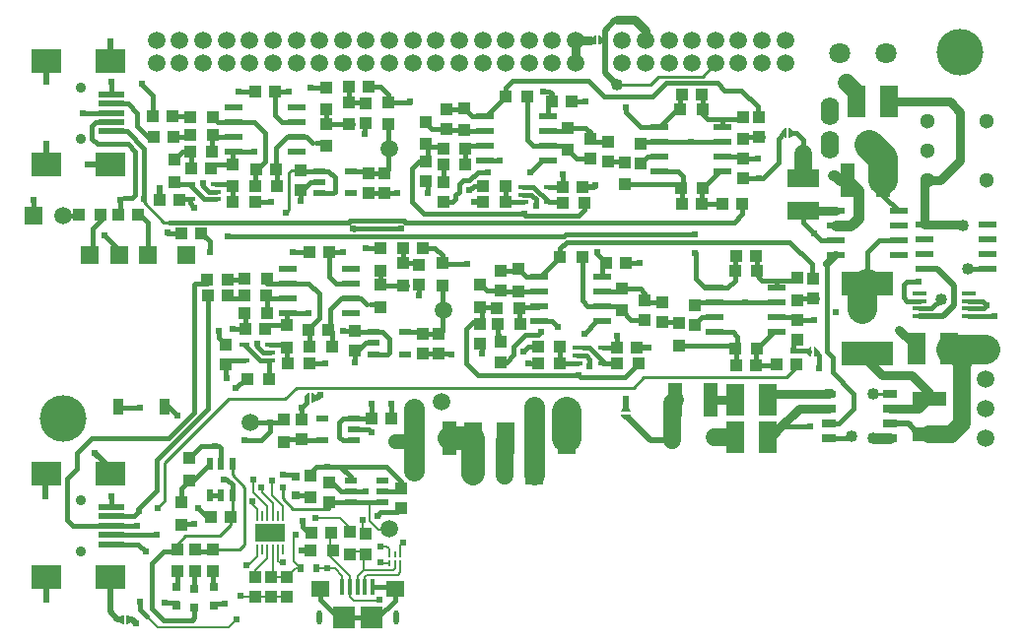
<source format=gtl>
G04 Layer_Physical_Order=1*
G04 Layer_Color=255*
%FSLAX43Y43*%
%MOMM*%
G71*
G01*
G75*
%ADD10R,2.500X2.000*%
%ADD11R,2.300X0.500*%
%ADD12R,1.500X1.500*%
%ADD13R,4.500X2.000*%
%ADD14R,0.250X0.520*%
%ADD15R,1.900X1.900*%
%ADD16R,1.600X1.400*%
%ADD17R,0.400X1.350*%
%ADD18R,0.900X1.400*%
%ADD19R,1.250X0.450*%
%ADD20R,0.850X0.350*%
%ADD21R,0.800X0.800*%
%ADD22R,0.600X1.050*%
%ADD23R,1.050X0.600*%
G04:AMPARAMS|DCode=24|XSize=0.762mm|YSize=1.143mm|CornerRadius=0mm|HoleSize=0mm|Usage=FLASHONLY|Rotation=270.000|XOffset=0mm|YOffset=0mm|HoleType=Round|Shape=Octagon|*
%AMOCTAGOND24*
4,1,8,0.572,0.191,0.572,-0.191,0.381,-0.381,-0.381,-0.381,-0.572,-0.191,-0.572,0.191,-0.381,0.381,0.381,0.381,0.572,0.191,0.0*
%
%ADD24OCTAGOND24*%

%ADD25R,1.143X0.762*%
%ADD26R,1.550X0.600*%
%ADD27R,0.100X0.100*%
%ADD28R,0.100X0.100*%
%ADD29R,0.600X0.800*%
%ADD30R,1.200X3.000*%
%ADD31R,3.000X1.200*%
%ADD32R,1.000X1.000*%
%ADD33R,1.000X1.000*%
%ADD34R,1.600X2.700*%
%ADD35R,2.700X1.600*%
%ADD36R,1.100X1.000*%
%ADD37R,1.000X1.100*%
%ADD38O,0.250X0.850*%
%ADD39R,2.550X1.550*%
%ADD40C,0.381*%
%ADD41C,0.508*%
%ADD42C,0.152*%
%ADD43C,0.254*%
%ADD44C,0.762*%
%ADD45C,0.635*%
%ADD46C,0.889*%
%ADD47C,2.540*%
%ADD48C,1.524*%
%ADD49C,2.032*%
%ADD50C,1.778*%
%ADD51C,1.270*%
%ADD52C,0.900*%
%ADD53C,1.500*%
%ADD54O,0.500X1.200*%
%ADD55C,1.300*%
%ADD56C,4.000*%
%ADD57O,1.600X2.400*%
%ADD58C,1.800*%
%ADD59R,1.500X1.500*%
%ADD60C,0.610*%
%ADD61C,1.016*%
G36*
X52551Y19362D02*
X52663Y19250D01*
X52724Y19103D01*
Y19023D01*
X51924D01*
Y19103D01*
X51985Y19250D01*
X52097Y19362D01*
X52244Y19423D01*
X52404D01*
X52551Y19362D01*
D02*
G37*
G36*
X25097Y19844D02*
X25017D01*
X24870Y19905D01*
X24758Y20017D01*
X24697Y20164D01*
Y20244D01*
Y20323D01*
X24758Y20470D01*
X24870Y20583D01*
X25017Y20644D01*
X25097D01*
Y19844D01*
D02*
G37*
G36*
X25523Y20583D02*
X25636Y20470D01*
X25697Y20323D01*
Y20244D01*
Y20164D01*
X25636Y20017D01*
X25523Y19905D01*
X25376Y19844D01*
X25297D01*
Y20644D01*
X25376D01*
X25523Y20583D01*
D02*
G37*
G36*
X9222Y768D02*
X9142D01*
X8995Y829D01*
X8883Y942D01*
X8822Y1089D01*
Y1168D01*
Y1248D01*
X8883Y1395D01*
X8995Y1508D01*
X9142Y1568D01*
X9222D01*
Y768D01*
D02*
G37*
G36*
X9648Y1508D02*
X9761Y1395D01*
X9822Y1248D01*
Y1168D01*
Y1089D01*
X9761Y942D01*
X9648Y829D01*
X9501Y768D01*
X9422D01*
Y1568D01*
X9501D01*
X9648Y1508D01*
D02*
G37*
G36*
X52724Y18743D02*
X52663Y18596D01*
X52551Y18484D01*
X52404Y18423D01*
X52244D01*
X52097Y18484D01*
X51985Y18596D01*
X51924Y18743D01*
Y18823D01*
X52724D01*
Y18743D01*
D02*
G37*
G36*
X66519Y43367D02*
X66632Y43254D01*
X66692Y43107D01*
Y43028D01*
Y42948D01*
X66632Y42801D01*
X66519Y42688D01*
X66372Y42628D01*
X66292D01*
Y43428D01*
X66372D01*
X66519Y43367D01*
D02*
G37*
G36*
X49760Y50603D02*
X49681D01*
X49534Y50664D01*
X49421Y50777D01*
X49360Y50924D01*
Y51003D01*
Y51083D01*
X49421Y51230D01*
X49534Y51342D01*
X49681Y51403D01*
X49760D01*
Y50603D01*
D02*
G37*
G36*
X50187Y51342D02*
X50299Y51230D01*
X50360Y51083D01*
Y51003D01*
Y50924D01*
X50299Y50777D01*
X50187Y50664D01*
X50040Y50603D01*
X49960D01*
Y51403D01*
X50040D01*
X50187Y51342D01*
D02*
G37*
G36*
X68251Y23806D02*
X68172D01*
X68025Y23867D01*
X67912Y23980D01*
X67851Y24127D01*
Y24206D01*
Y24286D01*
X67912Y24433D01*
X68025Y24545D01*
X68172Y24606D01*
X68251D01*
Y23806D01*
D02*
G37*
G36*
X68678Y24545D02*
X68790Y24433D01*
X68851Y24286D01*
Y24206D01*
Y24127D01*
X68790Y23980D01*
X68678Y23867D01*
X68531Y23806D01*
X68451D01*
Y24606D01*
X68531D01*
X68678Y24545D01*
D02*
G37*
G36*
X66092Y42628D02*
X66013D01*
X65866Y42688D01*
X65753Y42801D01*
X65692Y42948D01*
Y43028D01*
Y43107D01*
X65753Y43254D01*
X65866Y43367D01*
X66013Y43428D01*
X66092D01*
Y42628D01*
D02*
G37*
D10*
X2500Y4800D02*
D03*
Y13700D02*
D03*
X8000Y4800D02*
D03*
Y13700D02*
D03*
Y49200D02*
D03*
Y40300D02*
D03*
X2500Y49200D02*
D03*
Y40300D02*
D03*
D11*
X8100Y7650D02*
D03*
Y8450D02*
D03*
Y9250D02*
D03*
Y10050D02*
D03*
Y10850D02*
D03*
Y46350D02*
D03*
Y45550D02*
D03*
Y44750D02*
D03*
Y43950D02*
D03*
Y43150D02*
D03*
D12*
X14513Y32490D02*
D03*
X11263D02*
D03*
X8763D02*
D03*
X6263D02*
D03*
X44399Y13589D02*
D03*
X1397Y35941D02*
D03*
D13*
X73025Y24051D02*
D03*
Y30051D02*
D03*
D14*
X31961Y6786D02*
D03*
X32461D02*
D03*
X32961D02*
D03*
Y6016D02*
D03*
X32461D02*
D03*
X31961D02*
D03*
D15*
X30461Y1346D02*
D03*
X28061D02*
D03*
D16*
X32461Y3796D02*
D03*
X26061D02*
D03*
D17*
X30561Y4021D02*
D03*
X29911D02*
D03*
X29261D02*
D03*
X28611D02*
D03*
X27961D02*
D03*
D18*
X8719Y19507D02*
D03*
X12719D02*
D03*
D19*
X81794Y27926D02*
D03*
X77574D02*
D03*
X81794Y27276D02*
D03*
Y28576D02*
D03*
Y29226D02*
D03*
X77574Y27276D02*
D03*
Y28576D02*
D03*
Y29226D02*
D03*
D20*
X48149Y24526D02*
D03*
Y23876D02*
D03*
Y23226D02*
D03*
X50349D02*
D03*
Y24526D02*
D03*
X43477Y38369D02*
D03*
Y37719D02*
D03*
Y37069D02*
D03*
X45677D02*
D03*
Y38369D02*
D03*
X17063Y37323D02*
D03*
Y37973D02*
D03*
Y38623D02*
D03*
X14863D02*
D03*
Y37323D02*
D03*
X21735Y23480D02*
D03*
Y24130D02*
D03*
Y24780D02*
D03*
X19535D02*
D03*
Y23480D02*
D03*
D21*
X13716Y3975D02*
D03*
Y2375D02*
D03*
X16891Y3975D02*
D03*
Y2375D02*
D03*
X15265Y2210D02*
D03*
Y3810D02*
D03*
X23927Y11875D02*
D03*
Y13475D02*
D03*
D22*
X18501Y14583D02*
D03*
X17551D02*
D03*
X16601D02*
D03*
X17551Y11883D02*
D03*
X16601D02*
D03*
X18501D02*
D03*
D23*
X28673Y13142D02*
D03*
Y12192D02*
D03*
Y11242D02*
D03*
X31373Y12192D02*
D03*
Y11242D02*
D03*
Y13142D02*
D03*
X26256Y18501D02*
D03*
Y16601D02*
D03*
X28956Y18501D02*
D03*
Y17551D02*
D03*
Y16601D02*
D03*
X33335Y24003D02*
D03*
Y25903D02*
D03*
X30635Y24003D02*
D03*
Y24953D02*
D03*
Y25903D02*
D03*
X28663Y37846D02*
D03*
Y39746D02*
D03*
X25963Y37846D02*
D03*
Y38796D02*
D03*
Y39746D02*
D03*
D24*
X69774Y20574D02*
D03*
D25*
Y19304D02*
D03*
Y18034D02*
D03*
Y16764D02*
D03*
X74981D02*
D03*
Y18034D02*
D03*
Y19304D02*
D03*
Y20574D02*
D03*
D26*
X44861Y30649D02*
D03*
Y29379D02*
D03*
Y28109D02*
D03*
Y26839D02*
D03*
X50261D02*
D03*
Y28109D02*
D03*
Y29379D02*
D03*
Y30649D02*
D03*
X40189Y44492D02*
D03*
Y43222D02*
D03*
Y41952D02*
D03*
Y40682D02*
D03*
X45589D02*
D03*
Y41952D02*
D03*
Y43222D02*
D03*
Y44492D02*
D03*
X23266Y31377D02*
D03*
Y30107D02*
D03*
Y28837D02*
D03*
Y27567D02*
D03*
X28666D02*
D03*
Y28837D02*
D03*
Y30107D02*
D03*
Y31377D02*
D03*
X18594Y45220D02*
D03*
Y43950D02*
D03*
Y42680D02*
D03*
Y41410D02*
D03*
X23994D02*
D03*
Y42680D02*
D03*
Y43950D02*
D03*
Y45220D02*
D03*
X59899Y29687D02*
D03*
Y28417D02*
D03*
Y27147D02*
D03*
Y25877D02*
D03*
X65299D02*
D03*
Y27147D02*
D03*
Y28417D02*
D03*
Y29687D02*
D03*
X55227Y43530D02*
D03*
Y42260D02*
D03*
Y40990D02*
D03*
Y39720D02*
D03*
X60627D02*
D03*
Y40990D02*
D03*
Y42260D02*
D03*
Y43530D02*
D03*
X70325Y36322D02*
D03*
Y35052D02*
D03*
Y33782D02*
D03*
Y32512D02*
D03*
X75725D02*
D03*
Y33782D02*
D03*
Y35052D02*
D03*
Y36322D02*
D03*
X78000Y35105D02*
D03*
Y33835D02*
D03*
Y32565D02*
D03*
Y31295D02*
D03*
X83400D02*
D03*
Y32565D02*
D03*
Y33835D02*
D03*
Y35105D02*
D03*
D27*
X49560Y51003D02*
D03*
X50160D02*
D03*
X24897Y20244D02*
D03*
X25497D02*
D03*
X68651Y24206D02*
D03*
X68051D02*
D03*
X66492Y43028D02*
D03*
X65892D02*
D03*
X9622Y1168D02*
D03*
X9022D02*
D03*
D28*
X52324Y18623D02*
D03*
Y19223D02*
D03*
D29*
X24344Y5613D02*
D03*
X25744D02*
D03*
D30*
X37160Y16764D02*
D03*
X34112D02*
D03*
X74422Y38989D02*
D03*
X71374D02*
D03*
X59563Y20066D02*
D03*
X56515D02*
D03*
D31*
X78359Y20193D02*
D03*
Y17145D02*
D03*
D32*
X44743Y23241D02*
D03*
X46643D02*
D03*
X40071Y37084D02*
D03*
X41971D02*
D03*
X46643Y24638D02*
D03*
X44743D02*
D03*
X41971Y38481D02*
D03*
X40071D02*
D03*
X23241Y23241D02*
D03*
X25141D02*
D03*
X18569Y37084D02*
D03*
X20469D02*
D03*
X27137Y7112D02*
D03*
X25237D02*
D03*
X46660Y32327D02*
D03*
X48560D02*
D03*
X41988Y46170D02*
D03*
X43888D02*
D03*
X61714Y24455D02*
D03*
X63614D02*
D03*
X57042Y38298D02*
D03*
X58942D02*
D03*
X21458Y27559D02*
D03*
X19558D02*
D03*
X16786Y41402D02*
D03*
X14886D02*
D03*
X19548Y29058D02*
D03*
X21448D02*
D03*
X14900Y42824D02*
D03*
X16800D02*
D03*
X43216Y26594D02*
D03*
X41316D02*
D03*
X38542Y40335D02*
D03*
X36642D02*
D03*
X43165Y27991D02*
D03*
X41265D02*
D03*
X38517Y41707D02*
D03*
X36617D02*
D03*
X63574Y31178D02*
D03*
X61674D02*
D03*
X58902Y45021D02*
D03*
X57002D02*
D03*
X25146Y24638D02*
D03*
X27046D02*
D03*
X20474Y38481D02*
D03*
X22374D02*
D03*
X19573Y30455D02*
D03*
X21473D02*
D03*
X14925Y44399D02*
D03*
X16825D02*
D03*
X5324Y35966D02*
D03*
X7224D02*
D03*
X21675Y21875D02*
D03*
X19775D02*
D03*
X46875Y36975D02*
D03*
X48775D02*
D03*
X51525Y23175D02*
D03*
X53425D02*
D03*
D33*
X23175Y26477D02*
D03*
Y24577D02*
D03*
X18503Y40320D02*
D03*
Y38420D02*
D03*
X22962Y18349D02*
D03*
Y16449D02*
D03*
X13767Y7236D02*
D03*
Y5336D02*
D03*
X14783Y15047D02*
D03*
Y13147D02*
D03*
X16866Y5311D02*
D03*
Y7211D02*
D03*
X15291D02*
D03*
Y5311D02*
D03*
X14097Y11262D02*
D03*
Y9362D02*
D03*
X28575Y6822D02*
D03*
Y8722D02*
D03*
X25248Y11674D02*
D03*
Y13574D02*
D03*
X56869Y26665D02*
D03*
Y24765D02*
D03*
X52197Y40508D02*
D03*
Y38608D02*
D03*
X51979Y27741D02*
D03*
Y29641D02*
D03*
X47307Y41584D02*
D03*
Y43484D02*
D03*
X67070Y28661D02*
D03*
Y30561D02*
D03*
X62398Y42504D02*
D03*
Y44404D02*
D03*
X39802Y28057D02*
D03*
Y29957D02*
D03*
X35154Y42052D02*
D03*
Y43952D02*
D03*
X31215Y29972D02*
D03*
Y28072D02*
D03*
X26543Y43815D02*
D03*
Y41915D02*
D03*
X36549Y29911D02*
D03*
Y31811D02*
D03*
X31877Y43754D02*
D03*
Y45654D02*
D03*
X43114Y29403D02*
D03*
Y31303D02*
D03*
X38442Y43246D02*
D03*
Y45146D02*
D03*
X33147Y29936D02*
D03*
Y31836D02*
D03*
X28536Y43754D02*
D03*
Y45654D02*
D03*
X26543Y46924D02*
D03*
Y45024D02*
D03*
X31215Y33081D02*
D03*
Y31181D02*
D03*
X13550Y38800D02*
D03*
Y40700D02*
D03*
D34*
X61719Y16891D02*
D03*
X64519D02*
D03*
X61716Y20066D02*
D03*
X64516D02*
D03*
X77300Y24500D02*
D03*
X80100D02*
D03*
X72133Y45720D02*
D03*
X74933D02*
D03*
X47272Y16764D02*
D03*
X44472D02*
D03*
X41964Y16739D02*
D03*
X39164D02*
D03*
D35*
X67564Y39119D02*
D03*
Y36319D02*
D03*
D36*
X18071Y30429D02*
D03*
X16371D02*
D03*
X13372Y44425D02*
D03*
X11672D02*
D03*
X13950Y37300D02*
D03*
X12250D02*
D03*
X30455Y18491D02*
D03*
X32155D02*
D03*
X18376Y10008D02*
D03*
X16676D02*
D03*
X27012Y8636D02*
D03*
X25312D02*
D03*
X66990Y23114D02*
D03*
X65290D02*
D03*
X62318Y36957D02*
D03*
X60618D02*
D03*
X52347Y31845D02*
D03*
X50647D02*
D03*
X47675Y45688D02*
D03*
X45975D02*
D03*
X51550Y24600D02*
D03*
X53250D02*
D03*
X46925Y38400D02*
D03*
X48625D02*
D03*
X18122Y29058D02*
D03*
X16422D02*
D03*
X13472Y42672D02*
D03*
X11772D02*
D03*
X25058Y26060D02*
D03*
X26758D02*
D03*
X20574Y39878D02*
D03*
X22274D02*
D03*
X25119Y32766D02*
D03*
X26819D02*
D03*
X20447Y46609D02*
D03*
X22147D02*
D03*
X63488Y23058D02*
D03*
X61788D02*
D03*
X58816Y36901D02*
D03*
X57116D02*
D03*
X21358Y26162D02*
D03*
X19658D02*
D03*
X16686Y40005D02*
D03*
X14986D02*
D03*
X34859Y33147D02*
D03*
X33159D02*
D03*
X30187Y46990D02*
D03*
X28487D02*
D03*
X61825Y32473D02*
D03*
X63525D02*
D03*
X57153Y46316D02*
D03*
X58853D02*
D03*
X15811Y34417D02*
D03*
X14111D02*
D03*
X8700Y35975D02*
D03*
X10400D02*
D03*
D37*
X17975Y23150D02*
D03*
Y24850D02*
D03*
X24486Y16651D02*
D03*
Y18351D02*
D03*
X29972Y6821D02*
D03*
Y8521D02*
D03*
X20472Y4863D02*
D03*
Y3163D02*
D03*
X21819Y4838D02*
D03*
Y3138D02*
D03*
X23165Y4851D02*
D03*
Y3151D02*
D03*
X33020Y12432D02*
D03*
Y10732D02*
D03*
X26797Y11291D02*
D03*
Y12991D02*
D03*
X36256Y24042D02*
D03*
Y25742D02*
D03*
X31584Y37885D02*
D03*
Y39585D02*
D03*
X34517Y30011D02*
D03*
Y31711D02*
D03*
X29947Y43854D02*
D03*
Y45554D02*
D03*
X55475Y26729D02*
D03*
Y28429D02*
D03*
X50803Y40572D02*
D03*
Y42272D02*
D03*
X53948Y26963D02*
D03*
Y28663D02*
D03*
X49276Y40806D02*
D03*
Y42506D02*
D03*
X68441Y28829D02*
D03*
Y30529D02*
D03*
X63769Y42672D02*
D03*
Y44372D02*
D03*
X41590Y29503D02*
D03*
Y31203D02*
D03*
X36918Y43346D02*
D03*
Y45046D02*
D03*
X41580Y25031D02*
D03*
Y23331D02*
D03*
X36678Y38772D02*
D03*
Y37072D02*
D03*
X39776Y24931D02*
D03*
Y26631D02*
D03*
X35154Y38901D02*
D03*
Y40601D02*
D03*
X67044Y26948D02*
D03*
Y25248D02*
D03*
X62372Y40791D02*
D03*
Y39091D02*
D03*
X58219Y26526D02*
D03*
Y28226D02*
D03*
X53547Y40369D02*
D03*
Y42069D02*
D03*
X34898Y25742D02*
D03*
Y24042D02*
D03*
X30226Y39585D02*
D03*
Y37885D02*
D03*
X29017Y25996D02*
D03*
Y24296D02*
D03*
X24345Y39839D02*
D03*
Y38139D02*
D03*
D38*
X20617Y7211D02*
D03*
X21067D02*
D03*
X21517D02*
D03*
X21967D02*
D03*
X22417D02*
D03*
X22867D02*
D03*
Y10111D02*
D03*
X22417D02*
D03*
X21967D02*
D03*
X21517D02*
D03*
X21067D02*
D03*
X20617D02*
D03*
D39*
X21742Y8661D02*
D03*
D40*
X13748Y37323D02*
X14863D01*
X35267Y37885D02*
Y38901D01*
X39939Y24042D02*
Y25058D01*
X29845Y42926D02*
Y43854D01*
X24472Y38012D02*
X25256Y38796D01*
X29144Y24169D02*
X29928Y24953D01*
X24562Y9158D02*
X25210Y8509D01*
X30373Y1346D02*
X30440Y1280D01*
X16840Y2591D02*
X17882D01*
X24352Y39900D02*
X24506Y39746D01*
X12574Y7036D02*
X13767D01*
X12598Y1118D02*
X15037D01*
X11557Y2159D02*
X12598Y1118D01*
X11557Y2159D02*
Y6020D01*
X15037Y1118D02*
X15265Y1346D01*
X27584D02*
X28061D01*
X26061Y2870D02*
X27584Y1346D01*
X26061Y2870D02*
Y3796D01*
X32461Y2819D02*
Y3796D01*
X30988Y1346D02*
X32461Y2819D01*
X30461Y1346D02*
X30988D01*
X28061D02*
X30373D01*
X43688Y25654D02*
X44806D01*
X42697Y24663D02*
X43688Y25654D01*
X42697Y23952D02*
Y24663D01*
X67564Y41275D02*
Y42443D01*
X66980Y43028D02*
X67564Y42443D01*
X66492Y43028D02*
X66980D01*
X65405Y42540D02*
X65892Y43028D01*
X65405Y40480D02*
Y42540D01*
X64050Y39125D02*
X65405Y40480D01*
X50160Y51003D02*
X50360D01*
X12675Y2642D02*
X13792D01*
X56548Y44851D02*
X57203D01*
X69609Y24183D02*
X70053Y23738D01*
Y22454D02*
Y23738D01*
Y22454D02*
X71882Y20625D01*
Y19304D02*
Y20625D01*
X68651Y24206D02*
X68936Y23922D01*
Y22758D02*
Y23922D01*
X69609Y24183D02*
Y31796D01*
X65862Y17755D02*
X68148D01*
X71476Y16764D02*
X71679Y16967D01*
X69774Y16764D02*
X71476D01*
X61674Y30330D02*
Y31178D01*
X61031Y29687D02*
X61674Y30330D01*
X59899Y29687D02*
X61031D01*
X10675Y47251D02*
X11672Y46254D01*
X11252Y42672D02*
X11772D01*
X10312Y43612D02*
X11252Y42672D01*
X10312Y43612D02*
Y44755D01*
X9517Y45550D02*
X10312Y44755D01*
X56883Y26729D02*
X56910Y26702D01*
X55475Y26729D02*
X56883D01*
X16840Y4191D02*
Y5486D01*
X31276Y29911D02*
X33501D01*
X52211Y40572D02*
X52238Y40545D01*
X50803Y40572D02*
X52211D01*
X15265Y3810D02*
Y5486D01*
X61914Y24455D02*
Y25471D01*
X61710Y24252D02*
X61914Y24455D01*
X61197Y24765D02*
X61710Y24252D01*
X65240Y30361D02*
X67070D01*
X63389Y30993D02*
X64022Y30361D01*
X16786Y42672D02*
X18586D01*
X13792Y4242D02*
Y5511D01*
X18144Y28829D02*
X19558D01*
X57242Y38298D02*
Y39314D01*
X57038Y38095D02*
X57242Y38298D01*
X56525Y38608D02*
X57038Y38095D01*
X15595Y7011D02*
X16866D01*
X41214Y28006D02*
X41275Y28067D01*
X39177Y26758D02*
X39939D01*
X41275Y25715D02*
Y26797D01*
X25146Y24638D02*
Y26289D01*
X21458Y30099D02*
X23258D01*
X35267Y40601D02*
Y41849D01*
X14783Y13156D02*
X15165Y13147D01*
X14097Y12470D02*
X14783Y13156D01*
X22938Y16651D02*
X24486D01*
X43175Y26797D02*
Y28067D01*
X36549Y26035D02*
Y29911D01*
X34825Y25903D02*
X34986Y25742D01*
X26946Y26035D02*
Y27901D01*
X60568Y44204D02*
X62398D01*
X58717Y44836D02*
X59350Y44204D01*
X33159Y31860D02*
X33208Y31811D01*
X38503Y40640D02*
Y41910D01*
X40147D01*
X31877Y39878D02*
Y43754D01*
X30153Y39746D02*
X30314Y39585D01*
X7325Y35621D02*
Y35966D01*
X67094Y28837D02*
X68760D01*
X62422Y42680D02*
X64088D01*
X3937Y35941D02*
X5400D01*
X10185Y37694D02*
Y41402D01*
X9525Y42062D02*
X10185Y41402D01*
X6909Y42062D02*
X9525D01*
X9931Y37440D02*
X10185Y37694D01*
X8100Y43150D02*
X9440D01*
X10908Y41681D01*
X5639Y44755D02*
X5644Y44750D01*
X8100D01*
X11672Y44425D02*
Y46254D01*
X8100Y45550D02*
X9517D01*
X10409Y7650D02*
X11049Y7010D01*
X8100Y7650D02*
X10409D01*
X10308Y9250D02*
X10312Y9246D01*
X8100Y9250D02*
X10308D01*
X12031Y8450D02*
X12040Y8458D01*
X8100Y8450D02*
X12031D01*
X10500Y10800D02*
X12014Y12314D01*
X10500Y10500D02*
Y10800D01*
X16444Y19314D02*
Y28829D01*
X12014Y14884D02*
X16444Y19314D01*
X12014Y12314D02*
Y14884D01*
X15200Y18985D02*
Y30000D01*
X13030Y16815D02*
X15200Y18985D01*
X6452Y16815D02*
X13030D01*
X5182Y15545D02*
X6452Y16815D01*
X5182Y14148D02*
Y15545D01*
X4318Y13284D02*
X5182Y14148D01*
X4318Y9754D02*
Y13284D01*
Y9754D02*
X4822Y9250D01*
X8100D01*
X6790Y43950D02*
X8100D01*
X6426Y43586D02*
X6790Y43950D01*
X6426Y42545D02*
Y43586D01*
Y42545D02*
X6909Y42062D01*
X10908Y37350D02*
Y41681D01*
X8095Y44755D02*
X8100Y44750D01*
Y47394D02*
X8103Y47396D01*
X8100Y46350D02*
Y47394D01*
X10050Y10050D02*
X10500Y10500D01*
X8100Y10050D02*
X10050D01*
X8100Y10850D02*
Y11800D01*
X63779Y39125D02*
X64050D01*
X63745Y39091D02*
X63779Y39125D01*
X62372Y39091D02*
X63745D01*
X63655Y40791D02*
X63667Y40779D01*
X24460Y19406D02*
X24897Y19842D01*
Y20244D01*
X70612Y18034D02*
X71882Y19304D01*
X67958Y24300D02*
X68051Y24206D01*
X66700Y24300D02*
X67958D01*
X10592Y2032D02*
X11151Y1473D01*
X10592Y2032D02*
Y2692D01*
X60147Y47320D02*
X60782Y46685D01*
X55778Y47320D02*
X60147D01*
X54585Y46126D02*
X55778Y47320D01*
X60782Y46685D02*
X62230D01*
X63627Y45288D01*
Y44514D02*
Y45288D01*
X25969Y27112D02*
Y29210D01*
X25146Y26289D02*
X25969Y27112D01*
X10871Y37313D02*
X10908Y37350D01*
X18501Y11883D02*
Y12791D01*
X18059Y13233D02*
X18501Y12791D01*
X17780Y13233D02*
X18059D01*
X15570Y10744D02*
X16307Y10008D01*
X16676D01*
X14097Y9362D02*
X14107Y9373D01*
X15189D01*
X16601Y11883D02*
X17551D01*
X16967Y16078D02*
X17374D01*
X15814D02*
X16967D01*
X14097Y11262D02*
Y12470D01*
X15165Y13147D02*
X16601Y14583D01*
X14783Y15047D02*
X15814Y16078D01*
X17374D02*
X17551Y15900D01*
Y14583D02*
Y15900D01*
X32676Y10389D02*
X33020Y10732D01*
X31217Y10389D02*
X32676D01*
X30937Y10109D02*
X31217Y10389D01*
X39573Y39675D02*
X40437D01*
X38837Y38938D02*
X39573Y39675D01*
X38329Y38938D02*
X38837D01*
X37973Y38583D02*
X38329Y38938D01*
X37973Y37948D02*
Y38583D01*
X37694Y37668D02*
X37973Y37948D01*
X37694Y37338D02*
Y37668D01*
X37428Y37072D02*
X37694Y37338D01*
X36678Y37072D02*
X37428D01*
X36642Y40335D02*
X36678Y40300D01*
Y38772D02*
Y40300D01*
X35154Y40601D02*
X35267D01*
X34505D02*
X35154D01*
X44806Y25654D02*
X45034Y25883D01*
X42076Y23331D02*
X42697Y23952D01*
X41580Y23331D02*
X42076D01*
X19548Y30429D02*
X19573Y30455D01*
X18071Y30429D02*
X19548D01*
X10675Y47251D02*
X10719Y47295D01*
X17282Y43942D02*
X18586D01*
X16825Y44399D02*
X17282Y43942D01*
X14900Y44425D02*
X14925Y44399D01*
X13372Y44425D02*
X14900D01*
X38862Y38100D02*
X39243Y38481D01*
Y37084D02*
X40071D01*
X39243Y38481D02*
X40071D01*
X44577Y36728D02*
Y37338D01*
X44196Y37719D02*
X44577Y37338D01*
X43477Y37719D02*
X44196D01*
X49200Y22936D02*
Y23575D01*
X48899Y23876D02*
X49200Y23575D01*
X45212Y46609D02*
X45741D01*
X45975Y46375D01*
Y45688D02*
Y46375D01*
X17975Y21950D02*
X18000Y21925D01*
X17975Y21950D02*
Y23150D01*
X17375Y25450D02*
Y26025D01*
Y25450D02*
X17975Y24850D01*
Y23150D02*
X18305Y23480D01*
X20895Y23420D02*
X21675D01*
X19535Y24780D02*
X20895Y23420D01*
X19646Y26150D02*
X19658Y26162D01*
X18525Y26150D02*
X19646D01*
X18825Y21075D02*
X19625Y21875D01*
X19775D01*
X21675D02*
Y23420D01*
X48682Y24526D02*
X49165D01*
X50349Y23342D01*
Y23226D02*
Y23342D01*
X51550Y25575D02*
X51550Y25575D01*
X51550Y24600D02*
Y25575D01*
X52260Y22025D02*
X53410Y23175D01*
X48433Y22025D02*
X52260D01*
X48233Y22225D02*
X48433Y22025D01*
X53410Y23175D02*
X53425D01*
X50349Y23226D02*
X50400Y23175D01*
X51525D01*
X48149Y23876D02*
X48899D01*
X50349Y24526D02*
X50423Y24600D01*
X51550D01*
X43477Y38369D02*
X44377D01*
X45677Y37069D01*
X43561Y36068D02*
X43704Y35925D01*
X48275D01*
X48775Y36425D01*
Y36975D01*
X46781Y37069D02*
X46875Y36975D01*
X45677Y37069D02*
X46781D01*
X45677Y38369D02*
X45708Y38400D01*
X46925D01*
X46875Y39425D02*
X46925Y39375D01*
Y38400D02*
Y39375D01*
X13075Y35357D02*
X28541D01*
X9195Y37440D02*
X9931D01*
X14252Y41402D02*
X14886D01*
X13550Y40700D02*
X14252Y41402D01*
X14863Y36987D02*
X15225Y36625D01*
X14863Y36987D02*
Y37323D01*
Y38562D02*
Y38623D01*
Y38562D02*
X16102Y37323D01*
X17063D01*
X13725Y37300D02*
X13748Y37323D01*
X13550Y38800D02*
X13727Y38623D01*
X14863D01*
X20066Y18161D02*
X20091Y18136D01*
X21768D01*
X50444Y46126D02*
X54585D01*
X49073Y47498D02*
X50444Y46126D01*
X42545Y47498D02*
X49073D01*
X74422Y37625D02*
Y38989D01*
Y37625D02*
X75725Y36322D01*
X18085Y34138D02*
X18091Y34144D01*
X29160D01*
X12903Y34442D02*
X12929Y34417D01*
X14111D01*
X15811D02*
X16561Y33667D01*
Y32817D02*
Y33667D01*
X8853Y35992D02*
Y37098D01*
X11263Y32490D02*
Y35282D01*
X10553Y35992D02*
X11263Y35282D01*
X6477Y34773D02*
X7325Y35621D01*
X6477Y32704D02*
Y34773D01*
X6263Y32490D02*
X6477Y32704D01*
X5400Y35941D02*
X5425Y35966D01*
X1397Y35941D02*
Y37287D01*
X6045Y32708D02*
X6263Y32490D01*
X52300Y44790D02*
Y45200D01*
Y44790D02*
X53560Y43530D01*
X58293Y30480D02*
Y32664D01*
Y30480D02*
X59086Y29687D01*
X59899D01*
X30455Y18491D02*
Y19736D01*
X32236Y4021D02*
X32461Y3796D01*
X30561Y4021D02*
X32236D01*
X12719Y19507D02*
X13056D01*
X8846Y19380D02*
X10592D01*
X8719Y19507D02*
X8846Y19380D01*
X27788Y14326D02*
X31725D01*
X26670D02*
X27788D01*
X31725D02*
X33020Y13030D01*
Y12432D02*
Y13030D01*
X29972Y12192D02*
X29997Y12217D01*
X28673Y12192D02*
X29972D01*
X25730Y14326D02*
X26670D01*
X23736Y13665D02*
X23927Y13475D01*
X22885Y13665D02*
X23736D01*
X21018Y16586D02*
X21768Y17336D01*
X19583Y16586D02*
X21018D01*
X21768Y18136D02*
X22860D01*
X21768Y17336D02*
Y18136D01*
X22962Y18149D02*
Y18237D01*
X30328Y11242D02*
X31373D01*
X28673D02*
X30328D01*
X24562Y9158D02*
Y9652D01*
X28673Y13142D02*
Y13440D01*
X27788Y14326D02*
X28673Y13440D01*
X25248Y13843D02*
X25730Y14326D01*
X31373Y12192D02*
X32780D01*
X33020Y12432D01*
X26797Y12991D02*
X27065D01*
X27864Y12192D01*
X28673D01*
X26797Y11291D02*
X26846Y11242D01*
X28673D01*
X62372Y40791D02*
X63655D01*
X60627Y40990D02*
X62172D01*
X62372Y40791D01*
X15265Y1346D02*
Y2210D01*
X11557Y6020D02*
X12574Y7036D01*
X16840Y5486D02*
X16866Y5511D01*
X15265Y5486D02*
X15291Y5511D01*
X13767Y5536D02*
X13792Y5511D01*
X24486Y18351D02*
Y19380D01*
X22873Y16586D02*
X22938Y16651D01*
X24486D02*
X24535Y16601D01*
X26256D01*
X28956Y17551D02*
X30251D01*
X28956Y18501D02*
X28966Y18491D01*
X30455D01*
X28026Y18501D02*
X28956D01*
X27686Y18161D02*
X28026Y18501D01*
X27686Y16891D02*
Y18161D01*
Y16891D02*
X27976Y16601D01*
X28956D01*
X55227Y43530D02*
X56548Y44851D01*
X62398Y42704D02*
X62422Y42680D01*
X56835Y39720D02*
X57242Y39314D01*
X55227Y39720D02*
X56835D01*
X57116Y36901D02*
X57242Y37026D01*
X53547Y40369D02*
X54168Y40990D01*
X55227D01*
X53547Y42069D02*
X53738Y42260D01*
X55227D01*
X57115Y46121D02*
X57203Y46033D01*
X77574Y27926D02*
X78599D01*
X81794D02*
X83044D01*
X83312Y28194D01*
X81794Y27276D02*
X83918D01*
X83947Y27305D01*
X81794Y28576D02*
X82930D01*
X83312Y28194D01*
X81705Y31295D02*
X83400D01*
X34036Y16510D02*
Y16637D01*
X33782Y13970D02*
X34163D01*
X23927Y11875D02*
X25247D01*
X25248Y11874D01*
X60627Y43530D02*
Y44145D01*
X60568Y44204D02*
X60627Y44145D01*
X22860Y18136D02*
X22962Y18237D01*
X25248Y13374D02*
Y13574D01*
Y13843D01*
X18586Y43942D02*
X18594Y43950D01*
X18586Y42672D02*
X18594Y42680D01*
X16786Y41402D02*
Y42672D01*
X16471Y37973D02*
X17063D01*
X15963Y38481D02*
X16471Y37973D01*
X15963Y38481D02*
Y38735D01*
X18503Y37150D02*
Y38420D01*
Y37150D02*
X18569Y37084D01*
X20474Y38481D02*
Y39778D01*
X18503Y40320D02*
Y41319D01*
X18594Y41410D01*
X20400D01*
X20408Y41402D01*
X22374Y38481D02*
Y39778D01*
X22274Y39878D02*
X22374Y39778D01*
X22274Y39878D02*
Y41744D01*
X23210Y42680D01*
X23994D01*
X24506Y39746D02*
X25963D01*
X26763D01*
X25256Y38796D02*
X25963D01*
X28663Y39746D02*
X30153D01*
X30314Y39585D02*
X31584D01*
X30314Y37885D02*
X31584D01*
X30314Y37885D02*
X30314Y37885D01*
X18594Y43950D02*
X20400D01*
X21297Y43053D01*
Y40601D02*
Y43053D01*
X20474Y39778D02*
X20574Y39878D01*
X21297Y40601D01*
X17063Y38623D02*
X18300D01*
X18503Y38420D01*
X20469Y37084D02*
X21805D01*
X36918Y45046D02*
X38342D01*
X38442Y45146D01*
X39096Y44492D02*
X40189D01*
X38442Y45146D02*
X39096Y44492D01*
X38466Y43222D02*
X40189D01*
X38442Y43246D02*
X38466Y43222D01*
X37018Y43246D02*
X38442D01*
X36918Y43346D02*
X37018Y43246D01*
X35670Y43346D02*
X36918D01*
X35267Y43749D02*
X35670Y43346D01*
X35267Y41849D02*
X36542D01*
X36603Y41910D01*
X40147D02*
X40189Y41952D01*
X45589Y43222D02*
X47046D01*
X47307Y43484D01*
X46939Y41952D02*
X47307Y41584D01*
X45589Y41952D02*
X46939D01*
X45589Y44492D02*
Y45302D01*
X45975Y45688D01*
X47675D02*
X48824D01*
X43888Y42433D02*
Y46170D01*
Y42433D02*
X44369Y41952D01*
X45589D01*
X40310Y44492D02*
X41988Y46170D01*
X40189Y44492D02*
X40310D01*
X23994Y42680D02*
X24884D01*
X25400Y42164D01*
X25693D02*
X26482D01*
X26543Y43815D02*
Y45024D01*
X28487Y45703D02*
Y46990D01*
Y45703D02*
X28536Y45654D01*
X29745D01*
X29845Y45554D01*
X30187Y46990D02*
X31242D01*
X31877Y46355D01*
Y45654D02*
Y46355D01*
X25963Y37846D02*
X27178D01*
X31369Y39800D02*
X31584Y39585D01*
X31584Y39585D01*
X25251Y46924D02*
X26543D01*
X22725Y43950D02*
X23994D01*
X22147Y44528D02*
X22725Y43950D01*
X22147Y44528D02*
Y46609D01*
X19050D02*
X20447D01*
X22147D02*
X23368D01*
X47307Y43484D02*
X48884D01*
X59350Y44204D02*
X60568D01*
X63627Y44514D02*
X63769Y44372D01*
X58902Y45021D02*
Y46267D01*
X58853Y46316D02*
X58902Y46267D01*
X57002Y45021D02*
Y46165D01*
X57153Y46316D01*
X49510Y42272D02*
X50803D01*
X49276Y42506D02*
X49510Y42272D01*
X49276Y42506D02*
Y43091D01*
X48884Y43484D02*
X49276Y43091D01*
X47307Y41584D02*
X48085Y40806D01*
X49276D01*
X52197Y38608D02*
X56525D01*
X57116Y36901D02*
Y38017D01*
X57038Y38095D02*
X57116Y38017D01*
X58816Y38172D02*
X58942Y38298D01*
X58816Y36901D02*
X60562D01*
X60618Y36957D01*
X58942Y38298D02*
X60364Y39720D01*
X60627D01*
X55227Y42260D02*
X57927D01*
X60627D01*
X41971Y37084D02*
X43462D01*
X43477Y37069D01*
X41971Y37084D02*
Y38481D01*
X45127Y40682D02*
X45589D01*
X44069Y39624D02*
X45127Y40682D01*
X31584Y37885D02*
X32600D01*
X32639Y37846D01*
X17001Y40320D02*
X18503D01*
X16686Y40005D02*
X17001Y40320D01*
X14986Y40005D02*
Y41302D01*
X14886Y41402D02*
X14986Y41302D01*
X33909Y40005D02*
X34505Y40601D01*
X31584Y39585D02*
X31877Y39878D01*
X28536Y43754D02*
X28829D01*
X26543Y43815D02*
X26604Y43754D01*
X28536D01*
X38581Y23241D02*
X39597Y22225D01*
X38581Y26162D02*
X39177Y26758D01*
X38581Y23241D02*
Y26162D01*
X48741Y25781D02*
X49799Y26839D01*
X50261D01*
X46643Y23241D02*
X48134D01*
X48149Y23226D01*
X46643Y23241D02*
Y24638D01*
X43534Y24257D02*
X43915Y24638D01*
X44743D01*
X21673Y26477D02*
X23175D01*
X21358Y26162D02*
X21673Y26477D01*
X23175D02*
Y27476D01*
X23266Y27567D01*
X21735Y24780D02*
X22972D01*
X23175Y23307D02*
X23241Y23241D01*
X22972Y24780D02*
X23175Y24577D01*
Y23307D02*
Y24577D01*
X25141Y23241D02*
X26477D01*
X18305Y23480D02*
X19535D01*
X50261Y30649D02*
Y31459D01*
X50647Y31845D01*
X50261Y29379D02*
X51718D01*
X49041Y28109D02*
X50261D01*
X48560Y28590D02*
Y32327D01*
Y28590D02*
X49041Y28109D01*
X50261D02*
X51611D01*
X51979Y27741D01*
X43175Y28067D02*
X44819D01*
X44861Y28109D01*
X43138Y29379D02*
X44861D01*
X43768Y30649D02*
X44861D01*
X43114Y31303D02*
X43768Y30649D01*
X44861D02*
X44982D01*
X46660Y32327D01*
X26819Y30685D02*
X27397Y30107D01*
X28666D01*
X26819Y30685D02*
Y32766D01*
X26946Y27901D02*
X27882Y28837D01*
X29556D02*
X30072Y28321D01*
X30365D02*
X31154D01*
X27882Y28837D02*
X28666D01*
X29556D01*
X23266Y27567D02*
X25072D01*
X25080Y27559D01*
X21458Y28829D02*
X23258D01*
X23266Y28837D01*
Y30107D02*
X25072D01*
X23258Y30099D02*
X23266Y30107D01*
X25072D02*
X25969Y29210D01*
X65299Y29687D02*
Y30302D01*
X64022Y30361D02*
X65240D01*
X65299Y30302D01*
X59899Y28417D02*
X62599D01*
X65299D01*
Y27147D02*
X66844D01*
X67044Y26948D01*
X63614Y24455D02*
X65036Y25877D01*
X65299D01*
X59899D02*
X61507D01*
X61914Y25471D01*
X58219Y26526D02*
X58840Y27147D01*
X59899D01*
X58219Y28226D02*
X58410Y28417D01*
X59899D01*
X29178Y25903D02*
X30635D01*
X31435D01*
X30635Y24003D02*
X31850D01*
X31435Y25903D02*
X31977Y25361D01*
X31850Y24003D02*
X31977Y24130D01*
Y25361D01*
X29928Y24953D02*
X30635D01*
X33335Y25903D02*
X34825D01*
X36256Y25742D02*
X36549Y26035D01*
X56869Y24765D02*
X61197D01*
X46660Y32327D02*
Y33098D01*
X47217Y33655D01*
X63488Y23058D02*
Y24329D01*
X63614Y24455D01*
X61788Y23058D02*
Y24174D01*
X61710Y24252D02*
X61788Y24174D01*
X51979Y29641D02*
X53556D01*
X51718Y29379D02*
X51979Y29641D01*
X53556D02*
X53948Y29248D01*
Y28663D02*
Y29248D01*
X51979Y27741D02*
X52757Y26963D01*
X53948D01*
X19658Y26162D02*
Y27459D01*
X19558Y27559D02*
X19658Y27459D01*
X21458Y27559D02*
Y28829D01*
X67070Y28861D02*
X67094Y28837D01*
X39939Y29906D02*
X40342Y29503D01*
X41590D01*
X39939Y26758D02*
Y28006D01*
X41214D01*
X41275Y25715D02*
X41463Y25527D01*
X31215Y29972D02*
Y31181D01*
Y29972D02*
X31276Y29911D01*
X61674Y31178D02*
Y32322D01*
X61825Y32473D01*
X63574Y31178D02*
Y32424D01*
X63525Y32473D02*
X63574Y32424D01*
X36549Y31811D02*
Y32512D01*
X35914Y33147D02*
X36549Y32512D01*
X34859Y33147D02*
X35914D01*
X41590Y31203D02*
X43014D01*
X43114Y31303D01*
X41590Y29503D02*
X41690Y29403D01*
X43114D01*
X43138Y29379D01*
X27046Y24638D02*
Y25935D01*
X34417Y31811D02*
X34517Y31711D01*
X33159Y31860D02*
Y33147D01*
X33208Y31811D02*
X34417D01*
X34986Y25742D02*
X36256D01*
X36041Y25957D02*
X36256Y25742D01*
X36256Y25742D01*
X34986Y24042D02*
X34986Y24042D01*
X36256D02*
X37272D01*
X34986D02*
X36256D01*
X37272D02*
X37311Y24003D01*
X63488Y23058D02*
X65234D01*
X65290Y23114D01*
X49884Y32607D02*
X50647Y31845D01*
X49884Y32607D02*
Y32766D01*
X52347Y31845D02*
X53496D01*
X34517Y29083D02*
Y30011D01*
X53948Y28663D02*
X54182Y28429D01*
X55475D01*
X26946Y26035D02*
X27046Y25935D01*
X26819Y32766D02*
X28040D01*
X23722D02*
X25119D01*
X61788Y23058D02*
X61914Y23183D01*
X61787Y32278D02*
X61875Y32190D01*
X29923Y33081D02*
X31215D01*
X20635Y24638D02*
X21143Y24130D01*
X20635Y24638D02*
Y24892D01*
X21143Y24130D02*
X21735D01*
X73025Y30051D02*
Y32766D01*
X74041Y33782D01*
X75725D01*
X81700Y31300D02*
X81705Y31295D01*
X78599Y27926D02*
X79375Y28702D01*
X43915Y23241D02*
X44743D01*
X33909Y37084D02*
Y40005D01*
Y37084D02*
X34925Y36068D01*
X43561D01*
X61595Y35357D02*
X62318Y36080D01*
Y36957D01*
X13056Y19507D02*
X13818Y18745D01*
X24460Y19406D02*
X24486Y19380D01*
X30251Y17551D02*
X30480Y17323D01*
X32155Y18491D02*
Y19712D01*
X32512Y16510D02*
X32639Y16637D01*
X68299Y30671D02*
X68441Y30529D01*
X66394Y33655D02*
X68299Y31750D01*
Y30671D02*
Y31750D01*
X41988Y46941D02*
X42545Y47498D01*
X41988Y46170D02*
Y46941D01*
X31877Y45654D02*
X33754D01*
X33800Y45700D01*
X36560Y31800D02*
X38700D01*
X36549Y31811D02*
X36560Y31800D01*
X15200Y30000D02*
X15299Y30099D01*
X16356D01*
X39597Y22225D02*
X48233D01*
X47217Y33655D02*
X57929D01*
X57932Y33652D01*
X58468D01*
X58471Y33655D01*
X66394D01*
X28004Y25996D02*
X29017D01*
X24345Y37145D02*
Y38139D01*
X53560Y43530D02*
X55227D01*
X52300Y45200D02*
X52344Y45244D01*
X7500Y34200D02*
X8763Y32937D01*
Y32490D02*
Y32937D01*
X58816Y36901D02*
Y38172D01*
X66700Y24904D02*
X67044Y25248D01*
X66700Y24300D02*
Y24904D01*
X67044Y26948D02*
X68448D01*
X14863Y39882D02*
X14986Y40005D01*
X27178Y37846D02*
X27305Y37973D01*
Y39204D01*
X26763Y39746D02*
X27305Y39204D01*
X28900Y34800D02*
X28939Y34761D01*
X28541Y35357D02*
X28632Y35448D01*
X33268D02*
X33359Y35357D01*
X61595D01*
X28632Y35448D02*
X33268D01*
X32967Y34833D02*
X33000Y34800D01*
X28933Y34833D02*
X32967D01*
X28900Y34800D02*
X28933Y34833D01*
X29160Y34144D02*
X29168Y34152D01*
X46960D01*
X47108Y34300D01*
X58200D01*
X29017Y23317D02*
Y24296D01*
X77548Y28550D02*
X77574Y28576D01*
X76479D02*
X77574D01*
X76175Y28880D02*
X76479Y28576D01*
X76175Y28880D02*
Y29947D01*
X76454Y30226D01*
X77470D01*
X69088Y33782D02*
X70325D01*
X67564Y35306D02*
Y36319D01*
X40189Y40682D02*
X41462D01*
X41478Y40665D01*
X44861Y26839D02*
X45957D01*
X46457Y26340D01*
X67564Y35306D02*
X68466Y34404D01*
X69088Y33782D01*
X69774Y18034D02*
X70612D01*
X64999Y16891D02*
X65786Y17678D01*
X64519Y16891D02*
X64999D01*
X65557Y17678D02*
X65786D01*
X65862Y17755D01*
X13472Y42672D02*
X14886D01*
D41*
X8000Y1835D02*
Y4800D01*
X50546Y48184D02*
Y51003D01*
Y51867D01*
X6680Y15545D02*
X8000Y14225D01*
Y13700D02*
Y14225D01*
X2438Y11786D02*
Y13638D01*
X2500Y13700D01*
X8000Y1835D02*
X8667Y1168D01*
X2489Y2870D02*
X2500Y2881D01*
Y4800D01*
X8000Y50901D02*
X8001Y50902D01*
X8000Y49200D02*
Y50901D01*
X2489Y47422D02*
X2500Y47433D01*
Y49200D01*
Y42073D02*
X2515Y42088D01*
X2500Y40300D02*
Y42073D01*
X6121Y40310D02*
X6131Y40300D01*
X8000D01*
X50546Y51867D02*
X51410Y52730D01*
X51537D01*
X49301Y51003D02*
X49427D01*
X52324Y19329D02*
Y20193D01*
X54432Y16637D02*
X56261D01*
X52514Y18555D02*
X54432Y16637D01*
X25832Y20244D02*
X26060Y20472D01*
X25697Y20244D02*
X25832D01*
X9931Y1168D02*
X10262Y838D01*
X9754Y1168D02*
X9931D01*
X8667D02*
X8890D01*
X50546Y48184D02*
X51537Y47193D01*
X50360Y51003D02*
X50546D01*
X53250Y24600D02*
X54250D01*
X49575Y38400D02*
X49725Y38550D01*
X48625Y38400D02*
X49575D01*
X12250Y37300D02*
Y38250D01*
X78000Y31295D02*
X79068D01*
X77574Y27276D02*
X79600D01*
X74981Y18034D02*
X76581D01*
X77241Y17374D01*
X78130D01*
X79600Y27276D02*
X80493Y28169D01*
Y29870D01*
X79068Y31295D02*
X80493Y29870D01*
D42*
X29718Y8521D02*
Y9728D01*
X29770Y5463D02*
Y7022D01*
X28550D02*
X29770D01*
X29261Y4953D02*
X29770Y5463D01*
X32363D02*
X32461Y5561D01*
X29770Y5463D02*
X32363D01*
X20628Y6582D02*
Y7341D01*
X21978Y4997D02*
Y7341D01*
X28423Y8522D02*
Y9271D01*
X31144Y6016D02*
X31961D01*
X26937Y6591D02*
Y8482D01*
X12090Y533D02*
X18186D01*
X11151Y1473D02*
X12090Y533D01*
X22554Y6071D02*
X22835D01*
X22421Y6204D02*
X22554Y6071D01*
X31203Y6075D02*
Y6121D01*
X31144Y6016D02*
X31203Y6075D01*
X12090Y10770D02*
Y10796D01*
X20218Y11107D02*
Y11328D01*
Y11107D02*
X20628Y10697D01*
X20320Y12090D02*
Y13180D01*
Y12090D02*
X21517Y10893D01*
X20300Y13200D02*
X20320Y13180D01*
X21000Y12500D02*
X21031Y12469D01*
X21895Y11887D02*
Y13157D01*
X20628Y10241D02*
Y10697D01*
X21517Y6481D02*
Y7211D01*
X19750Y5850D02*
X19896D01*
X20628Y6582D01*
X22421Y6204D02*
Y7112D01*
X31961Y6786D02*
Y7264D01*
X31757Y7468D02*
X31961Y7264D01*
X31217Y7468D02*
X31757D01*
X32461Y5561D02*
Y6016D01*
X32961Y5261D02*
Y6016D01*
X32729Y5029D02*
X32961Y5261D01*
X30074Y5029D02*
X32729D01*
X21967Y10111D02*
Y11183D01*
X21031Y12119D02*
X21967Y11183D01*
X21031Y12119D02*
Y12469D01*
X22867Y10111D02*
Y10915D01*
X21517Y10111D02*
Y10893D01*
Y7211D02*
Y7330D01*
X23800Y8382D02*
X23927Y8509D01*
X23800Y6158D02*
Y8382D01*
Y6158D02*
X24344Y5613D01*
X18186Y533D02*
X18872Y1219D01*
X30328Y9627D02*
Y11242D01*
Y9627D02*
X31090Y8865D01*
X31953D01*
X25654Y9931D02*
X27762D01*
X28423Y9271D01*
X29261Y4021D02*
Y4953D01*
X29911Y4021D02*
Y4866D01*
X30074Y5029D01*
X28010Y1448D02*
X28061Y1796D01*
X25248Y13843D02*
Y13868D01*
X26910Y8509D02*
X26937Y8482D01*
X28931Y2845D02*
X30937D01*
X28611Y3165D02*
X28931Y2845D01*
X28611Y3165D02*
Y4021D01*
X26695Y5613D02*
X27305D01*
X25744D02*
X26695D01*
X32961Y7587D02*
X33147Y7772D01*
X32961Y6786D02*
Y7587D01*
X26937Y6591D02*
X28611Y4917D01*
Y4021D02*
Y4917D01*
X27961Y4021D02*
Y4948D01*
X27965Y4953D01*
X27305Y5613D02*
X27965Y4953D01*
X23165Y4851D02*
X23927Y5613D01*
X23151Y4838D02*
X23165Y4851D01*
X23927Y5613D02*
X24344D01*
X20472Y5436D02*
X21517Y6481D01*
X20472Y4863D02*
Y5436D01*
X21819Y4838D02*
X21978Y4997D01*
X21517Y7330D02*
X21528Y7341D01*
X19265Y3163D02*
X20472D01*
X19228Y3200D02*
X19265Y3163D01*
X20472D02*
X20498Y3138D01*
X21819D01*
X21832Y3151D01*
X23165D01*
X21819Y4838D02*
X23151D01*
X24486Y7112D02*
X25237D01*
X25437D01*
X66990Y22890D02*
Y23114D01*
X21895Y11887D02*
X22867Y10915D01*
D43*
X55093Y47854D02*
X58877D01*
X54432Y47193D02*
X55093Y47854D01*
X51537Y47193D02*
X54432D01*
X23724Y10693D02*
X26797D01*
X24025Y21125D02*
X52950D01*
X58877Y47854D02*
Y47877D01*
X60000Y49000D01*
X10871Y37129D02*
Y37313D01*
Y37129D02*
X12643Y35357D01*
X18169Y20150D02*
X23050D01*
X12700Y14681D02*
X18169Y20150D01*
X12700Y11406D02*
Y14681D01*
X12090Y10796D02*
X12700Y11406D01*
X19558Y7671D02*
Y12548D01*
X18501Y13604D02*
X19558Y12548D01*
X18501Y13604D02*
Y14583D01*
X13767Y7236D02*
Y7620D01*
X14503Y8357D01*
X17450D01*
X18376Y9283D01*
Y10008D01*
X16866Y7211D02*
X19098D01*
X19558Y7671D01*
X18376Y10008D02*
X18501Y10133D01*
Y11883D01*
X23100Y36125D02*
X23375Y36400D01*
Y39625D01*
X23589Y39839D01*
X24345D01*
X23050Y20150D02*
X24025Y21125D01*
X52950D02*
X53825Y22000D01*
X66100D01*
X12643Y35357D02*
X13075D01*
X26797Y10693D02*
Y11291D01*
X22809Y11608D02*
X23724Y10693D01*
X66100Y22000D02*
X66990Y22890D01*
X22809Y11608D02*
Y12573D01*
X73533Y20574D02*
X74981D01*
D44*
X73025Y23495D02*
Y24051D01*
X75794Y26111D02*
X77300Y24605D01*
Y24500D02*
Y24605D01*
X51537Y52730D02*
X53111D01*
X48895Y51003D02*
X49301D01*
X48892Y51000D02*
X48895Y51003D01*
X48000Y51000D02*
X48892D01*
X48000Y49000D02*
Y51000D01*
X53111Y52730D02*
X54000Y51842D01*
Y51000D02*
Y51842D01*
X78000Y38760D02*
X78200Y38960D01*
X78000Y35105D02*
Y38760D01*
X77300Y23706D02*
Y24500D01*
X41830Y13250D02*
X41964Y13384D01*
X65024Y20574D02*
X69774D01*
X64516Y20066D02*
X65024Y20574D01*
X67183Y19304D02*
X69774D01*
X59563Y20066D02*
X61716D01*
X77470Y19304D02*
X78359Y20193D01*
X74981Y19304D02*
X77470D01*
X73025Y23495D02*
X74295Y22225D01*
X76835D01*
X78359Y20701D01*
Y20193D02*
Y20701D01*
X67564Y36319D02*
X70322D01*
X70325Y36322D01*
X78200Y38960D02*
X79346D01*
X81026Y40640D01*
Y44831D01*
X80137Y45720D02*
X81026Y44831D01*
X74933Y45720D02*
X80137D01*
X81227Y35105D02*
X81280Y35052D01*
X78000Y35105D02*
X81227D01*
X65557Y17678D02*
X67183Y19304D01*
D45*
X69609Y31796D02*
X70325Y32512D01*
D46*
X73533Y16764D02*
X74981D01*
X71374Y38989D02*
X72263Y38100D01*
Y35687D02*
Y38100D01*
X71628Y35052D02*
X72263Y35687D01*
X70325Y35052D02*
X71628D01*
X70711Y38989D02*
X71374D01*
X70300Y39400D02*
X70711Y38989D01*
X70100Y39400D02*
X70300D01*
D47*
X72644Y29670D02*
X73025Y30051D01*
X72644Y27864D02*
Y29670D01*
X74422Y38989D02*
Y40778D01*
X73200Y42000D02*
X74422Y40778D01*
X47269Y19101D02*
X47272Y19098D01*
Y16764D02*
Y19098D01*
X80220Y24380D02*
X83200D01*
D48*
X41859Y13589D02*
Y16634D01*
X78359Y17145D02*
X80264D01*
X81153Y18034D01*
Y23447D01*
X41859Y16634D02*
X41964Y16739D01*
X44399Y13589D02*
X44472Y13662D01*
X67564Y39119D02*
Y41275D01*
X72133Y45720D02*
Y46485D01*
X71247Y47371D02*
X72133Y46485D01*
X59944Y16891D02*
X61719D01*
X56261Y19812D02*
X56515Y20066D01*
X56261Y16637D02*
Y19812D01*
D49*
X39164Y13744D02*
Y16739D01*
X37186D02*
X39164D01*
X37160Y16764D02*
X37186Y16739D01*
D50*
X34112Y16764D02*
Y19355D01*
Y14021D02*
Y16764D01*
X80100Y24500D02*
X80220Y24380D01*
X81153Y23447D01*
X44472Y13662D02*
Y16764D01*
Y19453D01*
X44475Y19456D01*
D51*
X39164Y13744D02*
X39319Y13589D01*
X32512Y16510D02*
X34036D01*
D52*
X5500Y7050D02*
D03*
Y11450D02*
D03*
Y46950D02*
D03*
Y42550D02*
D03*
D53*
X41859Y13589D02*
D03*
X39319D02*
D03*
X3937Y35941D02*
D03*
X66000Y51000D02*
D03*
Y49000D02*
D03*
X64000Y51000D02*
D03*
Y49000D02*
D03*
X62000Y51000D02*
D03*
Y49000D02*
D03*
X60000Y51000D02*
D03*
Y49000D02*
D03*
X58000Y51000D02*
D03*
Y49000D02*
D03*
X56000Y51000D02*
D03*
Y49000D02*
D03*
X54000Y51000D02*
D03*
Y49000D02*
D03*
X52000Y51000D02*
D03*
Y49000D02*
D03*
X48000Y51000D02*
D03*
Y49000D02*
D03*
X46000Y51000D02*
D03*
Y49000D02*
D03*
X44000Y51000D02*
D03*
Y49000D02*
D03*
X42000Y51000D02*
D03*
Y49000D02*
D03*
X40000Y51000D02*
D03*
Y49000D02*
D03*
X38000Y51000D02*
D03*
Y49000D02*
D03*
X36000Y51000D02*
D03*
Y49000D02*
D03*
X34000Y51000D02*
D03*
Y49000D02*
D03*
X32000Y51000D02*
D03*
Y49000D02*
D03*
X30000Y51000D02*
D03*
Y49000D02*
D03*
X28000Y51000D02*
D03*
Y49000D02*
D03*
X26000Y51000D02*
D03*
Y49000D02*
D03*
X24000Y51000D02*
D03*
Y49000D02*
D03*
X22000Y51000D02*
D03*
Y49000D02*
D03*
X20000Y51000D02*
D03*
Y49000D02*
D03*
X18000Y51000D02*
D03*
Y49000D02*
D03*
X16000Y51000D02*
D03*
Y49000D02*
D03*
X14000Y51000D02*
D03*
Y49000D02*
D03*
X12000Y51000D02*
D03*
Y49000D02*
D03*
X32000Y9000D02*
D03*
X20066Y18161D02*
D03*
X36676Y27813D02*
D03*
X32004Y41656D02*
D03*
X36449Y19939D02*
D03*
X83200Y16760D02*
D03*
Y19300D02*
D03*
Y21840D02*
D03*
D54*
X25984Y1346D02*
D03*
X32563D02*
D03*
D55*
X78200Y41500D02*
D03*
Y44040D02*
D03*
Y38960D02*
D03*
X83280D02*
D03*
Y44040D02*
D03*
D56*
X81000Y50000D02*
D03*
X4000Y18500D02*
D03*
D57*
X69800Y42000D02*
D03*
Y44900D02*
D03*
X73200Y42000D02*
D03*
D58*
X74700Y49900D02*
D03*
X70700D02*
D03*
D59*
X83200Y24380D02*
D03*
D60*
X70383Y27635D02*
D03*
X68148Y17755D02*
D03*
X72644Y27864D02*
D03*
X75794Y26111D02*
D03*
X68448Y26948D02*
D03*
X5639Y44755D02*
D03*
X11049Y7010D02*
D03*
X10500Y10500D02*
D03*
X10312Y9246D02*
D03*
X12040Y8458D02*
D03*
X6680Y15545D02*
D03*
X2438Y11786D02*
D03*
X2489Y2870D02*
D03*
X8001D02*
D03*
Y50902D02*
D03*
X2489Y47422D02*
D03*
X2515Y42088D02*
D03*
X6121Y40310D02*
D03*
X8103Y47396D02*
D03*
X8100Y11800D02*
D03*
X63779Y39125D02*
D03*
X63667Y40779D02*
D03*
X68936Y22758D02*
D03*
X52324Y20193D02*
D03*
X26060Y20472D02*
D03*
X10262Y838D02*
D03*
X22835Y6071D02*
D03*
X31203Y6121D02*
D03*
X10871Y37313D02*
D03*
X12090Y10770D02*
D03*
X20218Y11328D02*
D03*
X17780Y13233D02*
D03*
X19583Y16586D02*
D03*
X15570Y10744D02*
D03*
X15189Y9373D02*
D03*
X16967Y16078D02*
D03*
X21000Y12500D02*
D03*
X21895Y13157D02*
D03*
X45034Y25883D02*
D03*
X10719Y47295D02*
D03*
X40437Y39675D02*
D03*
X38862Y38100D02*
D03*
X39243Y37084D02*
D03*
X44577Y36728D02*
D03*
X49200Y22936D02*
D03*
X45212Y46609D02*
D03*
X23100Y36125D02*
D03*
X18000Y21925D02*
D03*
X17375Y26025D02*
D03*
X19750Y5850D02*
D03*
X18525Y26150D02*
D03*
X18825Y21075D02*
D03*
X54250Y24600D02*
D03*
X51550Y25575D02*
D03*
X49725Y38550D02*
D03*
X46875Y39425D02*
D03*
X12250Y38250D02*
D03*
X15225Y36625D02*
D03*
X18085Y34138D02*
D03*
X12903Y34442D02*
D03*
X16561Y32817D02*
D03*
X8915Y37236D02*
D03*
X1397Y37287D02*
D03*
X58242Y32715D02*
D03*
X30455Y19736D02*
D03*
X31217Y7468D02*
D03*
X10592Y19380D02*
D03*
X29997Y12217D02*
D03*
X26670Y14326D02*
D03*
X23927Y8509D02*
D03*
X22885Y13665D02*
D03*
X22809Y12573D02*
D03*
X18872Y1219D02*
D03*
X10592Y2692D02*
D03*
X21768Y18136D02*
D03*
X24562Y9652D02*
D03*
X25654Y9931D02*
D03*
X30937Y10109D02*
D03*
X29718Y9728D02*
D03*
X31140Y2896D02*
D03*
X32461Y3796D02*
D03*
X26061D02*
D03*
X24486Y7112D02*
D03*
X26695Y5613D02*
D03*
X33147Y7772D02*
D03*
X19228Y3200D02*
D03*
X12675Y2642D02*
D03*
X17882Y2591D02*
D03*
X83947Y27305D02*
D03*
X83312Y28194D02*
D03*
X21742Y8661D02*
D03*
X15963Y38735D02*
D03*
X20408Y41402D02*
D03*
X21805Y37084D02*
D03*
X48824Y45688D02*
D03*
X29845Y42926D02*
D03*
X19050Y46609D02*
D03*
X23368D02*
D03*
X57927Y42260D02*
D03*
X44069Y39624D02*
D03*
X35267Y37885D02*
D03*
X32639Y37846D02*
D03*
X25251Y46924D02*
D03*
X48741Y25781D02*
D03*
X43534Y24257D02*
D03*
X26477Y23241D02*
D03*
X25080Y27559D02*
D03*
X62599Y28417D02*
D03*
X37311Y24003D02*
D03*
X49884Y32766D02*
D03*
X53496Y31845D02*
D03*
X34517Y29083D02*
D03*
X28040Y32766D02*
D03*
X23722D02*
D03*
X39939Y24042D02*
D03*
X29923Y33081D02*
D03*
X20635Y24892D02*
D03*
X43915Y23241D02*
D03*
X43561Y36068D02*
D03*
X13818Y18745D02*
D03*
X24460Y19406D02*
D03*
X30480Y17323D02*
D03*
X32155Y19712D02*
D03*
X70100Y39400D02*
D03*
X33800Y45700D02*
D03*
X38700Y31800D02*
D03*
X48233Y22225D02*
D03*
X58200Y34300D02*
D03*
X28004Y25996D02*
D03*
X24345Y37145D02*
D03*
X52300Y45200D02*
D03*
X7500Y34200D02*
D03*
X66700Y24300D02*
D03*
X28900Y34800D02*
D03*
X33000D02*
D03*
X20300Y13200D02*
D03*
X29017Y23317D02*
D03*
X77470Y30226D02*
D03*
X41478Y40665D02*
D03*
X46457Y26340D02*
D03*
X68466Y34404D02*
D03*
D61*
X71679Y16967D02*
D03*
X73533Y16764D02*
D03*
X51537Y47193D02*
D03*
X47269Y19101D02*
D03*
X34163Y13970D02*
D03*
X44475Y19456D02*
D03*
X67564Y41275D02*
D03*
X71247Y47371D02*
D03*
X81700Y31300D02*
D03*
X79375Y28702D02*
D03*
X59944Y16891D02*
D03*
X56261Y16637D02*
D03*
X81280Y35052D02*
D03*
X32512Y16510D02*
D03*
X34036Y19431D02*
D03*
X73533Y20574D02*
D03*
M02*

</source>
